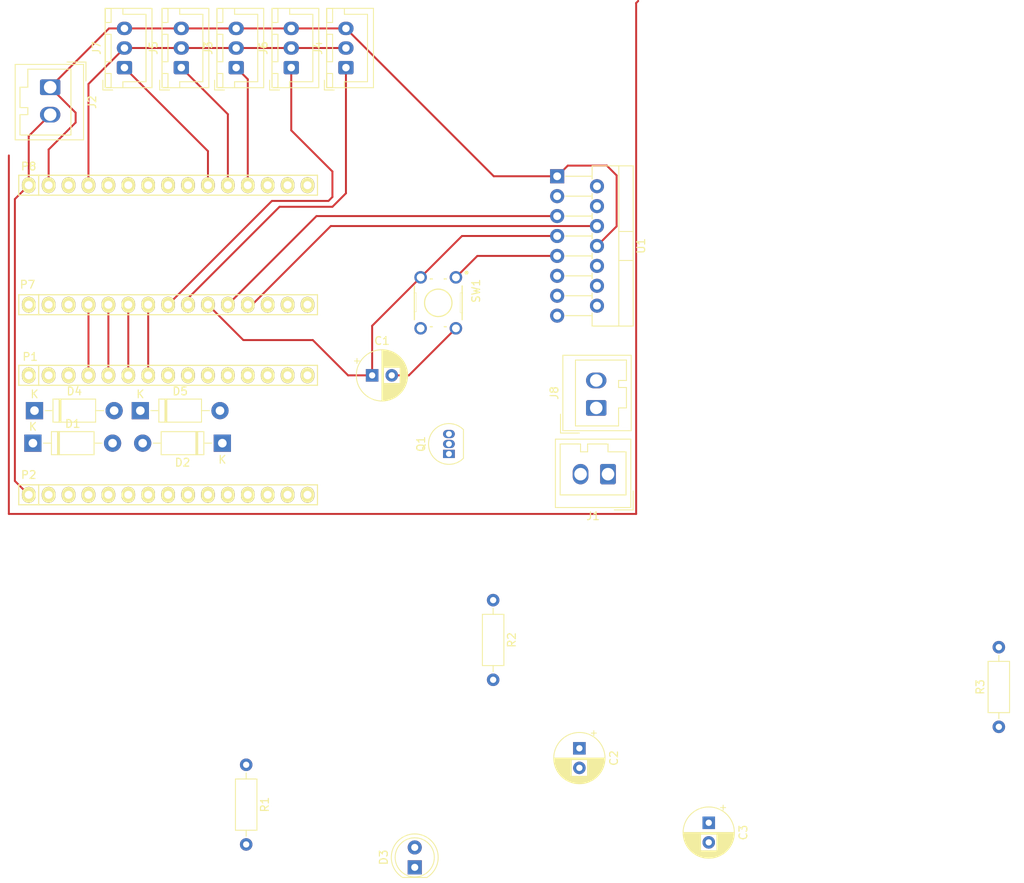
<source format=kicad_pcb>
(kicad_pcb (version 20211014) (generator pcbnew)
  (layers (0 "F.Cu" signal) (31 "B.Cu" signal) (34 "B.Paste" user) (35 "F.Paste" user) (36 "B.SilkS" user "B.Silkscreen") (37 "F.SilkS" user "F.Silkscreen") (38 "B.Mask" user) (39 "F.Mask" user) (44 "Edge.Cuts" user))
  (net 0 "")
  (net 1 "Vin")
  (net 2 "GND")
  (net 3 "Net-(D1-Pad2)")
  (net 4 "+5V")
  (net 5 "A1")
  (net 6 "6(**)")
  (net 7 "A0")
  (net 8 "9(**)")
  (net 9 "A2")
  (net 10 "/1(Tx)")
  (net 11 "/0(Rx)")
  (net 12 "/Reset")
  (net 13 "5(**)")
  (net 14 "/10(**{slash}SS)")
  (net 15 "/11(**{slash}MOSI)")
  (net 16 "/12(MISO)")
  (net 17 "/A7")
  (net 18 "/A6")
  (net 19 "/A5")
  (net 20 "/A4")
  (net 21 "/A3")
  (net 22 "/AREF")
  (net 23 "+3V3")
  (net 24 "/13(SCK)")
  (net 25 "Net-(C1-Pad2)")
  (net 31 "Net-(D3-Pad1)")
  (net 32 "Net-(D4-Pad2)")
  (net 33 "Net-(J1-Pad2)")
  (net 34 "/1(Tx).")
  (net 35 "/0(Rx).")
  (net 36 "/Reset.")
  (net 37 "3(**)")
  (net 38 "7a")
  (net 39 "/5(**).")
  (net 40 "/6(**).")
  (net 41 "/7.")
  (net 42 "/8.")
  (net 43 "/9(**).")
  (net 44 "/10(**{slash}SS).")
  (net 45 "11(**{slash}MOSI).")
  (net 46 "/12(MISO).")
  (net 47 "/A7.")
  (net 48 "/A6.")
  (net 49 "/A5.")
  (net 50 "/A4.")
  (net 51 "/A3.")
  (net 52 "/A2.")
  (net 53 "/A1.")
  (net 54 "/A0.")
  (net 55 "/AREF.")
  (net 56 "/13(SCK).")
  (net 58 "8a")
  (net 59 "2.")
  (net 60 "4.")
  (footprint "Connector_Wago:Wago_734-132_1x02_P3.50mm_Vertical" (layer "F.Cu") (at 131 44 -90)
    (fp_text reference "J2" (at 1.9 -5.35 -270) (layer "F.SilkS"))
    (fp_text value "POWER")
    (pad "1" thru_hole roundrect (at 0 0 270) (size 2 2.6) (drill 1.6) (layers *.Cu *.Mask) (roundrect_rratio 0.125) (net 2 "GND"))
    (pad "2" thru_hole oval (at 3.5 0 270) (size 2 2.6) (drill 1.6) (layers *.Cu *.Mask) (net 1 "Vin"))
  )
  (footprint "Package_TO_SOT_THT:TO-220-15_P2.54x2.54mm_StaggerOdd_Lead4.58mm_Vertical" (layer "F.Cu") (at 195.665 55.355 -90)
    (fp_text reference "U1" (at 8.89 -10.7 90) (layer "F.SilkS"))
    (fp_text value "L298HN")
    (pad "1" thru_hole rect (at 0 0 270) (size 1.8 1.8) (drill 1) (layers *.Cu *.Mask) (net 2 "GND"))
    (pad "2" thru_hole oval (at 1.27 -5.08 270) (size 1.8 1.8) (drill 1) (layers *.Cu *.Mask) (net 3 "Net-(D1-Pad2)"))
    (pad "3" thru_hole oval (at 2.54 0 270) (size 1.8 1.8) (drill 1) (layers *.Cu *.Mask) (net 32 "Net-(D4-Pad2)"))
    (pad "4" thru_hole oval (at 3.81 -5.08 270) (size 1.8 1.8) (drill 1) (layers *.Cu *.Mask) (net 1 "Vin"))
    (pad "5" thru_hole oval (at 5.08 0 270) (size 1.8 1.8) (drill 1) (layers *.Cu *.Mask) (net 58 "8a"))
    (pad "6" thru_hole oval (at 6.35 -5.08 270) (size 1.8 1.8) (drill 1) (layers *.Cu *.Mask) (net 8 "9(**)"))
    (pad "7" thru_hole oval (at 7.62 0 270) (size 1.8 1.8) (drill 1) (layers *.Cu *.Mask) (net 38 "7a"))
    (pad "8" thru_hole oval (at 8.89 -5.08 270) (size 1.8 1.8) (drill 1) (layers *.Cu *.Mask) (net 2 "GND"))
    (pad "9" thru_hole oval (at 10.16 0 270) (size 1.8 1.8) (drill 1) (layers *.Cu *.Mask) (net 4 "+5V"))
    (pad "10" thru_hole oval (at 11.43 -5.08 270) (size 1.8 1.8) (drill 1) (layers *.Cu *.Mask))
    (pad "11" thru_hole oval (at 12.7 0 270) (size 1.8 1.8) (drill 1) (layers *.Cu *.Mask))
    (pad "12" thru_hole oval (at 13.97 -5.08 270) (size 1.8 1.8) (drill 1) (layers *.Cu *.Mask))
    (pad "13" thru_hole oval (at 15.24 0 270) (size 1.8 1.8) (drill 1) (layers *.Cu *.Mask))
    (pad "14" thru_hole oval (at 16.51 -5.08 270) (size 1.8 1.8) (drill 1) (layers *.Cu *.Mask))
    (pad "15" thru_hole oval (at 17.78 0 270) (size 1.8 1.8) (drill 1) (layers *.Cu *.Mask) (net 2 "GND"))
  )
  (footprint "Resistor_THT:R_Axial_DIN0207_L6.3mm_D2.5mm_P10.16mm_Horizontal" (layer "F.Cu") (at 156 130.42 -90)
    (fp_text reference "R1" (at 5.08 -2.37 90) (layer "F.SilkS"))
    (fp_text value "R")
    (pad "1" thru_hole circle (at 0 0 270) (size 1.6 1.6) (drill 0.8) (layers *.Cu *.Mask) (net 13 "5(**)"))
    (pad "2" thru_hole oval (at 10.16 0 270) (size 1.6 1.6) (drill 0.8) (layers *.Cu *.Mask) (net 2 "GND"))
  )
  (footprint "Diode_THT:D_DO-41_SOD81_P10.16mm_Horizontal" (layer "F.Cu") (at 129 85.25)
    (fp_text reference "D4" (at 5.08 -2.47) (layer "F.SilkS"))
    (fp_text value "1N4007")
    (fp_text user "K" (at 0 -2.1) (layer "F.SilkS"))
    (pad "1" thru_hole rect (at 0 0) (size 2.2 2.2) (drill 1.1) (layers *.Cu *.Mask) (net 1 "Vin"))
    (pad "2" thru_hole oval (at 10.16 0) (size 2.2 2.2) (drill 1.1) (layers *.Cu *.Mask) (net 32 "Net-(D4-Pad2)"))
  )
  (footprint "Diode_THT:D_DO-41_SOD81_P10.16mm_Horizontal" (layer "F.Cu") (at 142.5 85.25)
    (fp_text reference "D5" (at 5.08 -2.47) (layer "F.SilkS"))
    (fp_text value "1N4007")
    (fp_text user "K" (at 0 -2.1) (layer "F.SilkS"))
    (pad "1" thru_hole rect (at 0 0) (size 2.2 2.2) (drill 1.1) (layers *.Cu *.Mask) (net 32 "Net-(D4-Pad2)"))
    (pad "2" thru_hole oval (at 10.16 0) (size 2.2 2.2) (drill 1.1) (layers *.Cu *.Mask) (net 2 "GND"))
  )
  (footprint "Package_TO_SOT_THT:TO-92_Inline" (layer "F.Cu") (at 181.86 90.77 90)
    (fp_text reference "Q1" (at 1.27 -3.56 90) (layer "F.SilkS"))
    (fp_text value "BC547")
    (pad "1" thru_hole rect (at 0 0 90) (size 1.05 1.5) (drill 0.75) (layers *.Cu *.Mask) (net 33 "Net-(J1-Pad2)"))
    (pad "2" thru_hole oval (at 1.27 0 90) (size 1.05 1.5) (drill 0.75) (layers *.Cu *.Mask) (net 45 "11(**{slash}MOSI)."))
    (pad "3" thru_hole oval (at 2.54 0 90) (size 1.05 1.5) (drill 0.75) (layers *.Cu *.Mask) (net 2 "GND"))
  )
  (footprint "Connector_Wago:Wago_734-132_1x02_P3.50mm_Vertical" (layer "F.Cu") (at 202.15 93.35 180)
    (fp_text reference "J1" (at 1.9 -5.35) (layer "F.SilkS"))
    (fp_text value "Högtalare")
    (pad "1" thru_hole roundrect (at 0 0 180) (size 2 2.6) (drill 1.6) (layers *.Cu *.Mask) (roundrect_rratio 0.125) (net 4 "+5V"))
    (pad "2" thru_hole oval (at 3.5 0 180) (size 2 2.6) (drill 1.6) (layers *.Cu *.Mask) (net 33 "Net-(J1-Pad2)"))
  )
  (footprint "Rasberry 2040:SW_B3F-1000[1]" (layer "F.Cu") (at 180.5 71.5 -90)
    (fp_text reference "SW1" (at -1.523015 -4.818045 90) (layer "F.SilkS") (effects (font (size 1.000008 1.000008))))
    (fp_text value "SW_MEC_5E")
    (pad "1" thru_hole circle (at -3.25 -2.25 270) (size 1.6 1.6) (drill 1) (layers *.Cu *.Mask) (net 4 "+5V"))
    (pad "2" thru_hole circle (at 3.25 -2.25 270) (size 1.6 1.6) (drill 1) (layers *.Cu *.Mask) (net 25 "Net-(C1-Pad2)"))
    (pad "3" thru_hole circle (at -3.25 2.25 270) (size 1.6 1.6) (drill 1) (layers *.Cu *.Mask) (net 38 "7a"))
    (pad "4" thru_hole circle (at 3.25 2.25 270) (size 1.6 1.6) (drill 1) (layers *.Cu *.Mask))
  )
  (footprint "Capacitor_THT:CP_Radial_D6.3mm_P2.50mm" (layer "F.Cu") (at 198.5 128.317621 -90)
    (fp_text reference "C2" (at 1.25 -4.4 90) (layer "F.SilkS"))
    (fp_text value "100uf")
    (pad "1" thru_hole rect (at 0 0 270) (size 1.6 1.6) (drill 0.8) (layers *.Cu *.Mask) (net 1 "Vin"))
    (pad "2" thru_hole circle (at 2.5 0 270) (size 1.6 1.6) (drill 0.8) (layers *.Cu *.Mask) (net 2 "GND"))
  )
  (footprint "Resistor_THT:R_Axial_DIN0207_L6.3mm_D2.5mm_P10.16mm_Horizontal" (layer "F.Cu") (at 187.5 109.42 -90)
    (fp_text reference "R2" (at 5.08 -2.37 90) (layer "F.SilkS"))
    (fp_text value "150")
    (pad "1" thru_hole circle (at 0 0 270) (size 1.6 1.6) (drill 0.8) (layers *.Cu *.Mask) (net 2 "GND"))
    (pad "2" thru_hole oval (at 10.16 0 270) (size 1.6 1.6) (drill 0.8) (layers *.Cu *.Mask) (net 31 "Net-(D3-Pad1)"))
  )
  (footprint "Connector_JST:JST_XH_B3B-XH-A_1x03_P2.50mm_Vertical" (layer "F.Cu") (at 154.725 41.5 90)
    (fp_text reference "J3" (at 2.5 -3.55 90) (layer "F.SilkS"))
    (fp_text value "sensor 1")
    (pad "1" thru_hole roundrect (at 0 0 90) (size 1.7 1.95) (drill 0.95) (layers *.Cu *.Mask) (roundrect_rratio 0.147059) (net 7 "A0"))
    (pad "2" thru_hole oval (at 2.5 0 90) (size 1.7 1.95) (drill 0.95) (layers *.Cu *.Mask) (net 4 "+5V"))
    (pad "3" thru_hole oval (at 5 0 90) (size 1.7 1.95) (drill 0.95) (layers *.Cu *.Mask) (net 2 "GND"))
  )
  (footprint "Connector_JST:JST_XH_B3B-XH-A_1x03_P2.50mm_Vertical" (layer "F.Cu") (at 140.475 41.5 90)
    (fp_text reference "J7" (at 2.5 -3.55 90) (layer "F.SilkS"))
    (fp_text value "sensor 3")
    (pad "1" thru_hole roundrect (at 0 0 90) (size 1.7 1.95) (drill 0.95) (layers *.Cu *.Mask) (roundrect_rratio 0.147059) (net 9 "A2"))
    (pad "2" thru_hole oval (at 2.5 0 90) (size 1.7 1.95) (drill 0.95) (layers *.Cu *.Mask) (net 4 "+5V"))
    (pad "3" thru_hole oval (at 5 0 90) (size 1.7 1.95) (drill 0.95) (layers *.Cu *.Mask) (net 2 "GND"))
  )
  (footprint "Connector_Wago:Wago_734-132_1x02_P3.50mm_Vertical" (layer "F.Cu") (at 200.65 84.9 90)
    (fp_text reference "J8" (at 1.9 -5.35 90) (layer "F.SilkS"))
    (fp_text value "MOTOR")
    (pad "1" thru_hole roundrect (at 0 0 90) (size 2 2.6) (drill 1.6) (layers *.Cu *.Mask) (roundrect_rratio 0.125) (net 3 "Net-(D1-Pad2)"))
    (pad "2" thru_hole oval (at 3.5 0 90) (size 2 2.6) (drill 1.6) (layers *.Cu *.Mask) (net 32 "Net-(D4-Pad2)"))
  )
  (footprint "Socket_Arduino_Nano:Socket_Strip_Arduino_1x15" (layer "F.Cu") (at 128.265 56.5)
    (fp_text reference "P8" (at -0.008 -2.399) (layer "F.SilkS"))
    (fp_text value "Analog")
    (pad "1" thru_hole oval locked (at 0 0) (size 1.7272 2.032) (drill 1.016) (layers *.Cu *.Mask "F.SilkS") (net 1 "Vin"))
    (pad "2" thru_hole oval locked (at 2.54 0) (size 1.7272 2.032) (drill 1.016) (layers *.Cu *.Mask "F.SilkS") (net 2 "GND"))
    (pad "3" thru_hole oval locked (at 5.08 0) (size 1.7272 2.032) (drill 1.016) (layers *.Cu *.Mask "F.SilkS") (net 12 "/Reset"))
    (pad "4" thru_hole oval locked (at 7.62 0) (size 1.7272 2.032) (drill 1.016) (layers *.Cu *.Mask "F.SilkS") (net 4 "+5V"))
    (pad "5" thru_hole oval locked (at 10.16 0) (size 1.7272 2.032) (drill 1.016) (layers *.Cu *.Mask "F.SilkS") (net 17 "/A7"))
    (pad "6" thru_hole oval locked (at 12.7 0) (size 1.7272 2.032) (drill 1.016) (layers *.Cu *.Mask "F.SilkS") (net 18 "/A6"))
    (pad "7" thru_hole oval locked (at 15.24 0) (size 1.7272 2.032) (drill 1.016) (layers *.Cu *.Mask "F.SilkS") (net 19 "/A5"))
    (pad "8" thru_hole oval locked (at 17.78 0) (size 1.7272 2.032) (drill 1.016) (layers *.Cu *.Mask "F.SilkS") (net 20 "/A4"))
    (pad "9" thru_hole oval locked (at 20.32 0) (size 1.7272 2.032) (drill 1.016) (layers *.Cu *.Mask "F.SilkS") (net 21 "/A3"))
    (pad "10" thru_hole oval locked (at 22.86 0) (size 1.7272 2.032) (drill 1.016) (layers *.Cu *.Mask "F.SilkS") (net 9 "A2"))
    (pad "11" thru_hole oval locked (at 25.4 0) (size 1.7272 2.032) (drill 1.016) (layers *.Cu *.Mask "F.SilkS") (net 5 "A1"))
    (pad "12" thru_hole oval locked (at 27.94 0) (size 1.7272 2.032) (drill 1.016) (layers *.Cu *.Mask "F.SilkS") (net 7 "A0"))
    (pad "13" thru_hole oval locked (at 30.48 0) (size 1.7272 2.032) (drill 1.016) (layers *.Cu *.Mask "F.SilkS") (net 22 "/AREF"))
    (pad "14" thru_hole oval locked (at 33.02 0) (size 1.7272 2.032) (drill 1.016) (layers *.Cu *.Mask "F.SilkS") (net 23 "+3V3"))
    (pad "15" thru_hole oval locked (at 35.56 0) (size 1.7272 2.032) (drill 1.016) (layers *.Cu *.Mask "F.SilkS") (net 24 "/13(SCK)"))
  )
  (footprint "LED_THT:LED_D5.0mm" (layer "F.Cu") (at 177.5 143.5 90)
    (fp_text reference "D3" (at 1.27 -3.96 90) (layer "F.SilkS"))
    (fp_text value "LED")
    (pad "1" thru_hole rect (at 0 0 90) (size 1.8 1.8) (drill 0.9) (layers *.Cu *.Mask) (net 31 "Net-(D3-Pad1)"))
    (pad "2" thru_hole circle (at 2.54 0 90) (size 1.8 1.8) (drill 0.9) (layers *.Cu *.Mask) (net 58 "8a"))
  )
  (footprint "Resistor_THT:R_Axial_DIN0207_L6.3mm_D2.5mm_P10.16mm_Horizontal" (layer "F.Cu") (at 252 125.58 90)
    (fp_text reference "R3" (at 5.08 -2.37 90) (layer "F.SilkS"))
    (fp_text value "10k")
    (pad "1" thru_hole circle (at 0 0 90) (size 1.6 1.6) (drill 0.8) (layers *.Cu *.Mask) (net 2 "GND"))
    (pad "2" thru_hole oval (at 10.16 0 90) (size 1.6 1.6) (drill 0.8) (layers *.Cu *.Mask) (net 38 "7a"))
  )
  (footprint "Socket_Arduino_Nano:Socket_Strip_Arduino_1x15" (layer "F.Cu") (at 128.265 80.745)
    (fp_text reference "P1" (at 0.187 -2.363) (layer "F.SilkS"))
    (fp_text value "Digital")
    (pad "1" thru_hole oval locked (at 0 0) (size 1.7272 2.032) (drill 1.016) (layers *.Cu *.Mask "F.SilkS") (net 34 "/1(Tx)."))
    (pad "2" thru_hole oval locked (at 2.54 0) (size 1.7272 2.032) (drill 1.016) (layers *.Cu *.Mask "F.SilkS") (net 35 "/0(Rx)."))
    (pad "3" thru_hole oval locked (at 5.08 0) (size 1.7272 2.032) (drill 1.016) (layers *.Cu *.Mask "F.SilkS") (net 36 "/Reset."))
    (pad "4" thru_hole oval locked (at 7.62 0) (size 1.7272 2.032) (drill 1.016) (layers *.Cu *.Mask "F.SilkS") (net 2 "GND"))
    (pad "5" thru_hole oval locked (at 10.16 0) (size 1.7272 2.032) (drill 1.016) (layers *.Cu *.Mask "F.SilkS") (net 59 "2."))
    (pad "6" thru_hole oval locked (at 12.7 0) (size 1.7272 2.032) (drill 1.016) (layers *.Cu *.Mask "F.SilkS") (net 37 "3(**)"))
    (pad "7" thru_hole oval locked (at 15.24 0) (size 1.7272 2.032) (drill 1.016) (layers *.Cu *.Mask "F.SilkS") (net 60 "4."))
    (pad "8" thru_hole oval locked (at 17.78 0) (size 1.7272 2.032) (drill 1.016) (layers *.Cu *.Mask "F.SilkS") (net 39 "/5(**)."))
    (pad "9" thru_hole oval locked (at 20.32 0) (size 1.7272 2.032) (drill 1.016) (layers *.Cu *.Mask "F.SilkS") (net 40 "/6(**)."))
    (pad "10" thru_hole oval locked (at 22.86 0) (size 1.7272 2.032) (drill 1.016) (layers *.Cu *.Mask "F.SilkS") (net 41 "/7."))
    (pad "11" thru_hole oval locked (at 25.4 0) (size 1.7272 2.032) (drill 1.016) (layers *.Cu *.Mask "F.SilkS") (net 42 "/8."))
    (pad "12" thru_hole oval locked (at 27.94 0) (size 1.7272 2.032) (drill 1.016) (layers *.Cu *.Mask "F.SilkS") (net 43 "/9(**)."))
    (pad "13" thru_hole oval locked (at 30.48 0) (size 1.7272 2.032) (drill 1.016) (layers *.Cu *.Mask "F.SilkS") (net 44 "/10(**{slash}SS)."))
    (pad "14" thru_hole oval locked (at 33.02 0) (size 1.7272 2.032) (drill 1.016) (layers *.Cu *.Mask "F.SilkS") (net 45 "11(**{slash}MOSI)."))
    (pad "15" thru_hole oval locked (at 35.56 0) (size 1.7272 2.032) (drill 1.016) (layers *.Cu *.Mask "F.SilkS") (net 46 "/12(MISO)."))
  )
  (footprint "Connector_JST:JST_XH_B3B-XH-A_1x03_P2.50mm_Vertical" (layer "F.Cu") (at 161.75 41.5 90)
    (fp_text reference "J6" (at 2.5 -3.55 90) (layer "F.SilkS"))
    (fp_text value "START")
    (pad "1" thru_hole roundrect (at 0 0 90) (size 1.7 1.95) (drill 0.95) (layers *.Cu *.Mask) (roundrect_rratio 0.147059) (net 13 "5(**)"))
    (pad "2" thru_hole oval (at 2.5 0 90) (size 1.7 1.95) (drill 0.95) (layers *.Cu *.Mask) (net 4 "+5V"))
    (pad "3" thru_hole oval (at 5 0 90) (size 1.7 1.95) (drill 0.95) (layers *.Cu *.Mask) (net 2 "GND"))
  )
  (footprint "Connector_JST:JST_XH_B3B-XH-A_1x03_P2.50mm_Vertical" (layer "F.Cu") (at 147.725 41.5 90)
    (fp_text reference "J5" (at 2.5 -3.55 90) (layer "F.SilkS"))
    (fp_text value "sensor 2")
    (pad "1" thru_hole roundrect (at 0 0 90) (size 1.7 1.95) (drill 0.95) (layers *.Cu *.Mask) (roundrect_rratio 0.147059) (net 5 "A1"))
    (pad "2" thru_hole oval (at 2.5 0 90) (size 1.7 1.95) (drill 0.95) (layers *.Cu *.Mask) (net 4 "+5V"))
    (pad "3" thru_hole oval (at 5 0 90) (size 1.7 1.95) (drill 0.95) (layers *.Cu *.Mask) (net 2 "GND"))
  )
  (footprint "Socket_Arduino_Nano:Socket_Strip_Arduino_1x15" (layer "F.Cu") (at 128.265 95.985)
    (fp_text reference "P2" (at 0 -2.54) (layer "F.SilkS"))
    (fp_text value "Analog")
    (pad "1" thru_hole oval locked (at 0 0) (size 1.7272 2.032) (drill 1.016) (layers *.Cu *.Mask "F.SilkS") (net 1 "Vin"))
    (pad "2" thru_hole oval locked (at 2.54 0) (size 1.7272 2.032) (drill 1.016) (layers *.Cu *.Mask "F.SilkS") (net 2 "GND"))
    (pad "3" thru_hole oval locked (at 5.08 0) (size 1.7272 2.032) (drill 1.016) (layers *.Cu *.Mask "F.SilkS") (net 36 "/Reset."))
    (pad "4" thru_hole oval locked (at 7.62 0) (size 1.7272 2.032) (drill 1.016) (layers *.Cu *.Mask "F.SilkS") (net 4 "+5V"))
    (pad "5" thru_hole oval locked (at 10.16 0) (size 1.7272 2.032) (drill 1.016) (layers *.Cu *.Mask "F.SilkS") (net 47 "/A7."))
    (pad "6" thru_hole oval locked (at 12.7 0) (size 1.7272 2.032) (drill 1.016) (layers *.Cu *.Mask "F.SilkS") (net 48 "/A6."))
    (pad "7" thru_hole oval locked (at 15.24 0) (size 1.7272 2.032) (drill 1.016) (layers *.Cu *.Mask "F.SilkS") (net 49 "/A5."))
    (pad "8" thru_hole oval locked (at 17.78 0) (size 1.7272 2.032) (drill 1.016) (layers *.Cu *.Mask "F.SilkS") (net 50 "/A4."))
    (pad "9" thru_hole oval locked (at 20.32 0) (size 1.7272 2.032) (drill 1.016) (layers *.Cu *.Mask "F.SilkS") (net 51 "/A3."))
    (pad "10" thru_hole oval locked (at 22.86 0) (size 1.7272 2.032) (drill 1.016) (layers *.Cu *.Mask "F.SilkS") (net 52 "/A2."))
    (pad "11" thru_hole oval locked (at 25.4 0) (size 1.7272 2.032) (drill 1.016) (layers *.Cu *.Mask "F.SilkS") (net 53 "/A1."))
    (pad "12" thru_hole oval locked (at 27.94 0) (size 1.7272 2.032) (drill 1.016) (layers *.Cu *.Mask "F.SilkS") (net 54 "/A0."))
    (pad "13" thru_hole oval locked (at 30.48 0) (size 1.7272 2.032) (drill 1.016) (layers *.Cu *.Mask "F.SilkS") (net 55 "/AREF."))
    (pad "14" thru_hole oval locked (at 33.02 0) (size 1.7272 2.032) (drill 1.016) (layers *.Cu *.Mask "F.SilkS") (net 23 "+3V3"))
    (pad "15" thru_hole oval locked (at 35.56 0) (size 1.7272 2.032) (drill 1.016) (layers *.Cu *.Mask "F.SilkS") (net 56 "/13(SCK)."))
  )
  (footprint "Connector_JST:JST_XH_B3B-XH-A_1x03_P2.50mm_Vertical" (layer "F.Cu") (at 168.725 41.5 90)
    (fp_text reference "J4" (at 2.5 -3.55 90) (layer "F.SilkS"))
    (fp_text value "SERVO")
    (pad "1" thru_hole roundrect (at 0 0 90) (size 1.7 1.95) (drill 0.95) (layers *.Cu *.Mask) (roundrect_rratio 0.147059) (net 6 "6(**)"))
    (pad "2" thru_hole oval (at 2.5 0 90) (size 1.7 1.95) (drill 0.95) (layers *.Cu *.Mask) (net 4 "+5V"))
    (pad "3" thru_hole oval (at 5 0 90) (size 1.7 1.95) (drill 0.95) (layers *.Cu *.Mask) (net 2 "GND"))
  )
  (footprint "Diode_THT:D_DO-41_SOD81_P10.16mm_Horizontal" (layer "F.Cu") (at 128.8 89.4)
    (fp_text reference "D1" (at 5.08 -2.47) (layer "F.SilkS"))
    (fp_text value "1N4007")
    (fp_text user "K" (at 0 -2.1) (layer "F.SilkS"))
    (pad "1" thru_hole rect (at 0 0) (size 2.2 2.2) (drill 1.1) (layers *.Cu *.Mask) (net 1 "Vin"))
    (pad "2" thru_hole oval (at 10.16 0) (size 2.2 2.2) (drill 1.1) (layers *.Cu *.Mask) (net 3 "Net-(D1-Pad2)"))
  )
  (footprint "Diode_THT:D_DO-41_SOD81_P10.16mm_Horizontal" (layer "F.Cu") (at 152.96 89.4 180)
    (fp_text reference "D2" (at 5.08 -2.47) (layer "F.SilkS"))
    (fp_text value "1N4007")
    (fp_text user "K" (at 0 -2.1) (layer "F.SilkS"))
    (pad "1" thru_hole rect (at 0 0 180) (size 2.2 2.2) (drill 1.1) (layers *.Cu *.Mask) (net 3 "Net-(D1-Pad2)"))
    (pad "2" thru_hole oval (at 10.16 0 180) (size 2.2 2.2) (drill 1.1) (layers *.Cu *.Mask) (net 2 "GND"))
  )
  (footprint "Socket_Arduino_Nano:Socket_Strip_Arduino_1x15" (layer "F.Cu") (at 128.265 71.74)
    (fp_text reference "P7" (at -0.152 -2.564) (layer "F.SilkS"))
    (fp_text value "Digital")
    (pad "1" thru_hole oval locked (at 0 0) (size 1.7272 2.032) (drill 1.016) (layers *.Cu *.Mask "F.SilkS") (net 10 "/1(Tx)"))
    (pad "2" thru_hole oval locked (at 2.54 0) (size 1.7272 2.032) (drill 1.016) (layers *.Cu *.Mask "F.SilkS") (net 11 "/0(Rx)"))
    (pad "3" thru_hole oval locked (at 5.08 0) (size 1.7272 2.032) (drill 1.016) (layers *.Cu *.Mask "F.SilkS") (net 12 "/Reset"))
    (pad "4" thru_hole oval locked (at 7.62 0) (size 1.7272 2.032) (drill 1.016) (layers *.Cu *.Mask "F.SilkS") (net 2 "GND"))
    (pad "5" thru_hole oval locked (at 10.16 0) (size 1.7272 2.032) (drill 1.016) (layers *.Cu *.Mask "F.SilkS") (net 59 "2."))
    (pad "6" thru_hole oval locked (at 12.7 0) (size 1.7272 2.032) (drill 1.016) (layers *.Cu *.Mask "F.SilkS") (net 37 "3(**)"))
    (pad "7" thru_hole oval locked (at 15.24 0) (size 1.7272 2.032) (drill 1.016) (layers *.Cu *.Mask "F.SilkS") (net 60 "4."))
    (pad "8" thru_hole oval locked (at 17.78 0) (size 1.7272 2.032) (drill 1.016) (layers *.Cu *.Mask "F.SilkS") (net 13 "5(**)"))
    (pad "9" thru_hole oval locked (at 20.32 0) (size 1.7272 2.032) (drill 1.016) (layers *.Cu *.Mask "F.SilkS") (net 6 "6(**)"))
    (pad "10" thru_hole oval locked (at 22.86 0) (size 1.7272 2.032) (drill 1.016) (layers *.Cu *.Mask "F.SilkS") (net 38 "7a"))
    (pad "11" thru_hole oval locked (at 25.4 0) (size 1.7272 2.032) (drill 1.016) (layers *.Cu *.Mask "F.SilkS") (net 58 "8a"))
    (pad "12" thru_hole oval locked (at 27.94 0) (size 1.7272 2.032) (drill 1.016) (layers *.Cu *.Mask "F.SilkS") (net 8 "9(**)"))
    (pad "13" thru_hole oval locked (at 30.48 0) (size 1.7272 2.032) (drill 1.016) (layers *.Cu *.Mask "F.SilkS") (net 14 "/10(**{slash}SS)"))
    (pad "14" thru_hole oval locked (at 33.02 0) (size 1.7272 2.032) (drill 1.016) (layers *.Cu *.Mask "F.SilkS") (net 15 "/11(**{slash}MOSI)"))
    (pad "15" thru_hole oval locked (at 35.56 0) (size 1.7272 2.032) (drill 1.016) (layers *.Cu *.Mask "F.SilkS") (net 16 "/12(MISO)"))
  )
  (footprint "Capacitor_THT:CP_Radial_D6.3mm_P2.50mm" (layer "F.Cu") (at 215 137.817621 -90)
    (fp_text reference "C3" (at 1.25 -4.4 90) (layer "F.SilkS"))
    (fp_text value "0.1uF")
    (pad "1" thru_hole rect (at 0 0 270) (size 1.6 1.6) (drill 0.8) (layers *.Cu *.Mask) (net 1 "Vin"))
    (pad "2" thru_hole circle (at 2.5 0 270) (size 1.6 1.6) (drill 0.8) (layers *.Cu *.Mask) (net 2 "GND"))
  )
  (footprint "Capacitor_THT:CP_Radial_D6.3mm_P2.50mm" (layer "F.Cu") (at 172.067621 80.75)
    (fp_text reference "C1" (at 1.25 -4.4) (layer "F.SilkS"))
    (fp_text value "C")
    (pad "1" thru_hole rect (at 0 0) (size 1.6 1.6) (drill 0.8) (layers *.Cu *.Mask) (net 38 "7a"))
    (pad "2" thru_hole circle (at 2.5 0) (size 1.6 1.6) (drill 0.8) (layers *.Cu *.Mask) (net 25 "Net-(C1-Pad2)"))
  )
  (segment (start 205.74 98.425) (end 205.74 33.26) (width 0.25) (layer "F.Cu") (net 0))
  (segment (start 125.73 98.425) (end 205.74 98.425) (width 0.25) (layer "F.Cu") (net 0))
  (segment (start 205.74 33.26) (end 206 33) (width 0.25) (layer "F.Cu") (net 0))
  (segment (start 125.73 52.705) (end 125.73 98.425) (width 0.25) (layer "F.Cu") (net 0))
  (segment (start 128.265 95.985) (end 126.5 94.22) (width 0.25) (layer "F.Cu") (net 1))
  (segment (start 128.265 56.5) (end 128.265 50.235) (width 0.25) (layer "F.Cu") (net 1))
  (segment (start 128.265 50.235) (end 131 47.5) (width 0.25) (layer "F.Cu") (net 1))
  (segment (start 126.5 58.265) (end 128.265 56.5) (width 0.25) (layer "F.Cu") (net 1))
  (segment (start 126.5 94.22) (end 126.5 58.265) (width 0.25) (layer "F.Cu") (net 1))
  (segment (start 202 54) (end 203.25 55.25) (width 0.25) (layer "F.Cu") (net 2))
  (segment (start 187.58 55.355) (end 168.725 36.5) (width 0.25) (layer "F.Cu") (net 2))
  (segment (start 195.665 55.355) (end 197.02 54) (width 0.25) (layer "F.Cu") (net 2))
  (segment (start 134.25 47.25) (end 134.25 48.5) (width 0.25) (layer "F.Cu") (net 2))
  (segment (start 135.885 71.74) (end 135.885 80.745) (width 0.25) (layer "F.Cu") (net 2))
  (segment (start 130.805 51.945) (end 130.805 56.5) (width 0.25) (layer "F.Cu") (net 2))
  (segment (start 195.665 55.355) (end 187.58 55.355) (width 0.25) (layer "F.Cu") (net 2))
  (segment (start 168.725 36.5) (end 140.475 36.5) (width 0.25) (layer "F.Cu") (net 2))
  (segment (start 131 44) (end 134.25 47.25) (width 0.25) (layer "F.Cu") (net 2))
  (segment (start 203.25 55.25) (end 203.25 61.74) (width 0.25) (layer "F.Cu") (net 2))
  (segment (start 197.02 54) (end 202 54) (width 0.25) (layer "F.Cu") (net 2))
  (segment (start 203.25 61.74) (end 200.745 64.245) (width 0.25) (layer "F.Cu") (net 2))
  (segment (start 138.5 36.5) (end 131 44) (width 0.25) (layer "F.Cu") (net 2))
  (segment (start 140.475 36.5) (end 138.5 36.5) (width 0.25) (layer "F.Cu") (net 2))
  (segment (start 134.25 48.5) (end 130.805 51.945) (width 0.25) (layer "F.Cu") (net 2))
  (segment (start 195.665 65.515) (end 185.485 65.515) (width 0.25) (layer "F.Cu") (net 4))
  (segment (start 185.485 65.515) (end 182.75 68.25) (width 0.25) (layer "F.Cu") (net 4))
  (segment (start 140.475 39) (end 135.885 43.59) (width 0.25) (layer "F.Cu") (net 4))
  (segment (start 168.725 39) (end 168.725 39.225) (width 0.25) (layer "F.Cu") (net 4))
  (segment (start 168.725 39) (end 140.475 39) (width 0.25) (layer "F.Cu") (net 4))
  (segment (start 135.885 43.59) (end 135.885 56.5) (width 0.25) (layer "F.Cu") (net 4))
  (segment (start 153.665 47.44) (end 153.665 56.5) (width 0.25) (layer "F.Cu") (net 5))
  (segment (start 147.725 41.5) (end 153.665 47.44) (width 0.25) (layer "F.Cu") (net 5))
  (segment (start 148.585 70.915) (end 160.25 59.25) (width 0.25) (layer "F.Cu") (net 6))
  (segment (start 167 59.25) (end 168.725 57.525) (width 0.25) (layer "F.Cu") (net 6))
  (segment (start 148.585 71.74) (end 148.585 70.915) (width 0.25) (layer "F.Cu") (net 6))
  (segment (start 160.25 59.25) (end 167 59.25) (width 0.25) (layer "F.Cu") (net 6))
  (segment (start 168.725 57.525) (end 168.725 41.5) (width 0.25) (layer "F.Cu") (net 6))
  (segment (start 154.725 41.5) (end 156.205 42.98) (width 0.25) (layer "F.Cu") (net 7))
  (segment (start 156.205 42.98) (end 156.205 56.5) (width 0.25) (layer "F.Cu") (net 7))
  (segment (start 156.76 71.74) (end 156.205 71.74) (width 0.25) (layer "F.Cu") (net 8))
  (segment (start 166.795 61.705) (end 156.76 71.74) (width 0.25) (layer "F.Cu") (net 8))
  (segment (start 200.745 61.705) (end 166.795 61.705) (width 0.25) (layer "F.Cu") (net 8))
  (segment (start 140.475 41.5) (end 151.125 52.15) (width 0.25) (layer "F.Cu") (net 9))
  (segment (start 151.125 52.15) (end 151.125 56.5) (width 0.25) (layer "F.Cu") (net 9))
  (segment (start 167 58) (end 166.5 58.5) (width 0.25) (layer "F.Cu") (net 13))
  (segment (start 161.75 49.5) (end 167 54.75) (width 0.25) (layer "F.Cu") (net 13))
  (segment (start 167 54.75) (end 167 58) (width 0.25) (layer "F.Cu") (net 13))
  (segment (start 161.75 41.5) (end 161.75 49.5) (width 0.25) (layer "F.Cu") (net 13))
  (segment (start 159.285 58.5) (end 146.045 71.74) (width 0.25) (layer "F.Cu") (net 13))
  (segment (start 166.5 58.5) (end 159.285 58.5) (width 0.25) (layer "F.Cu") (net 13))
  (segment (start 174.567621 80.75) (end 176.75 80.75) (width 0.25) (layer "F.Cu") (net 25))
  (segment (start 176.75 80.75) (end 182.75 74.75) (width 0.25) (layer "F.Cu") (net 25))
  (segment (start 140.965 80.745) (end 140.965 71.74) (width 0.25) (layer "F.Cu") (net 37))
  (segment (start 169 80.75) (end 164.5 76.25) (width 0.25) (layer "F.Cu") (net 38))
  (segment (start 172.067621 74.432379) (end 178.25 68.25) (width 0.25) (layer "F.Cu") (net 38))
  (segment (start 172.067621 80.75) (end 169 80.75) (width 0.25) (layer "F.Cu") (net 38))
  (segment (start 155.635 76.25) (end 151.125 71.74) (width 0.25) (layer "F.Cu") (net 38))
  (segment (start 183.525 62.975) (end 195.665 62.975) (width 0.25) (layer "F.Cu") (net 38))
  (segment (start 172.067621 80.75) (end 172.067621 74.432379) (width 0.25) (layer "F.Cu") (net 38))
  (segment (start 151.125 71.74) (end 151.26 71.74) (width 0.25) (layer "F.Cu") (net 38))
  (segment (start 164.5 76.25) (end 155.635 76.25) (width 0.25) (layer "F.Cu") (net 38))
  (segment (start 178.25 68.25) (end 183.525 62.975) (width 0.25) (layer "F.Cu") (net 38))
  (segment (start 164.97 60.435) (end 153.665 71.74) (width 0.25) (layer "F.Cu") (net 58))
  (segment (start 153.665 71.74) (end 153.665 71.335) (width 0.25) (layer "F.Cu") (net 58))
  (segment (start 195.665 60.435) (end 164.97 60.435) (width 0.25) (layer "F.Cu") (net 58))
  (segment (start 138.425 80.745) (end 138.425 71.74) (width 0.25) (layer "F.Cu") (net 59))
  (segment (start 143.505 80.745) (end 143.505 71.74) (width 0.25) (layer "F.Cu") (net 60))
)
</source>
